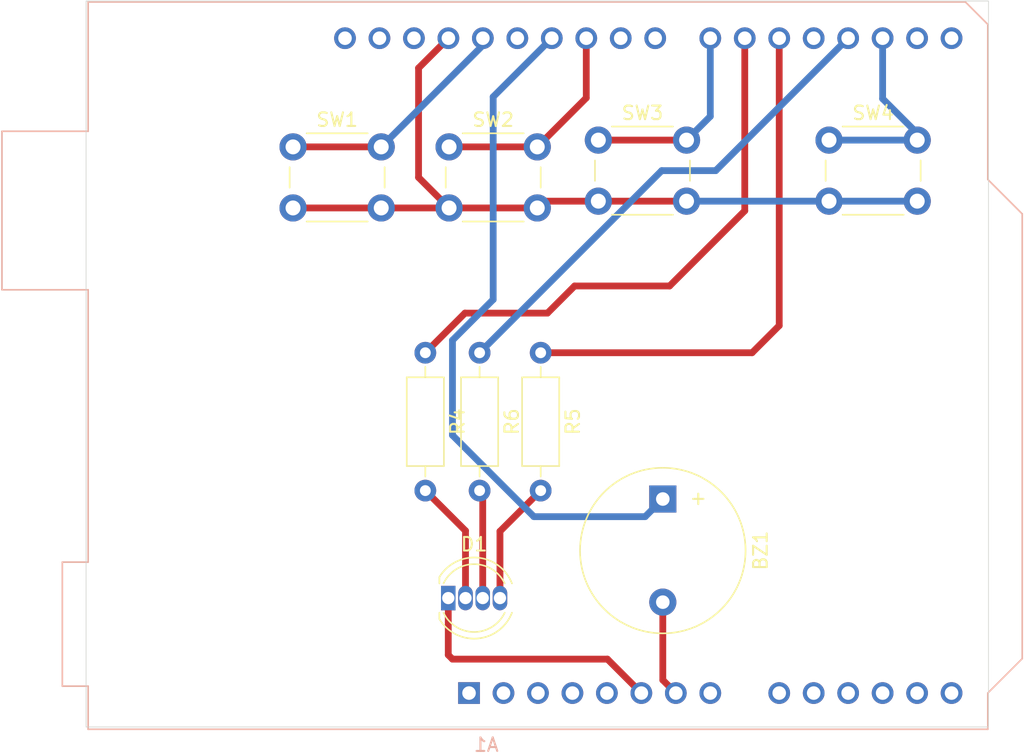
<source format=kicad_pcb>
(kicad_pcb (version 20240108) (generator "pcbnew") (generator_version "8.0")
  (layers (0 "F.Cu" signal) (31 "B.Cu" signal) (34 "B.Paste" user) (35 "F.Paste" user) (36 "B.SilkS" user "B.Silkscreen") (37 "F.SilkS" user "F.Silkscreen") (38 "B.Mask" user) (39 "F.Mask" user) (44 "Edge.Cuts" user))
  (net 0 "")
  (net 3 "/D7")
  (net 5 "/D5")
  (net 9 "/D6")
  (net 12 "/LEDGRN")
  (net 14 "/D13")
  (net 22 "/buttonGRN")
  (net 25 "/D11")
  (net 28 "/D3")
  (net 29 "/D10")
  (net 30 "/buzzGRD")
  (net 32 "/resred")
  (net 33 "/resblue")
  (net 34 "/resgreen")
  (net 35 "/D2")
  (footprint "Buzzer_Beeper:Buzzer_12x9.5RM7.6" (layer "F.Cu") (at 215 80.7 -90)
    (property "Reference" "BZ1" (at 3.8 -7.2 90) (layer "F.SilkS"))
    (property "Value" "Buzzer")
    (fp_circle (center 3.8 0) (end 9.9 0) (stroke (width 0.12)) (fill none) (layer "F.SilkS"))
    (fp_text user "+" (at -0.01 -2.54 90) (layer "F.SilkS"))
    (pad "1" thru_hole rect (at 0 0 270) (size 2 2) (drill 1) (layers "*.Cu" "*.Mask") (net 25 "/D11"))
    (pad "2" thru_hole circle (at 7.6 0 270) (size 2 2) (drill 1) (layers "*.Cu" "*.Mask") (net 30 "/buzzGRD"))
  )
  (footprint "Resistor_THT:R_Axial_DIN0207_L6.3mm_D2.5mm_P10.16mm_Horizontal" (layer "F.Cu") (at 206 69.92 -90)
    (property "Reference" "R5" (at 5.08 -2.37 90) (layer "F.SilkS"))
    (property "Value" "R_US")
    (fp_line (start 1.81 1.37) (end 8.35 1.37) (stroke (width 0.12)) (layer "F.SilkS"))
    (fp_line (start 8.35 1.37) (end 8.35 -1.37) (stroke (width 0.12)) (layer "F.SilkS"))
    (fp_line (start 1.04 0) (end 1.81 0) (stroke (width 0.12)) (layer "F.SilkS"))
    (fp_line (start 9.12 0) (end 8.35 0) (stroke (width 0.12)) (layer "F.SilkS"))
    (fp_line (start 1.81 -1.37) (end 1.81 1.37) (stroke (width 0.12)) (layer "F.SilkS"))
    (fp_line (start 8.35 -1.37) (end 1.81 -1.37) (stroke (width 0.12)) (layer "F.SilkS"))
    (pad "1" thru_hole circle (at 0 0 270) (size 1.6 1.6) (drill 0.8) (layers "*.Cu" "*.Mask") (net 5 "/D5"))
    (pad "2" thru_hole oval (at 10.16 0 270) (size 1.6 1.6) (drill 0.8) (layers "*.Cu" "*.Mask") (net 33 "/resblue"))
  )
  (footprint "Button_Switch_THT:SW_PUSH_6mm_H4.3mm" (layer "F.Cu") (at 210.25 54.25)
    (property "Reference" "SW3" (at 3.25 -2 0) (layer "F.SilkS"))
    (property "Value" "SW_Push_Dual")
    (fp_line (start -0.25 1.5) (end -0.25 3) (stroke (width 0.12)) (layer "F.SilkS"))
    (fp_line (start 1 5.5) (end 5.5 5.5) (stroke (width 0.12)) (layer "F.SilkS"))
    (fp_line (start 5.5 -1) (end 1 -1) (stroke (width 0.12)) (layer "F.SilkS"))
    (fp_line (start 6.75 3) (end 6.75 1.5) (stroke (width 0.12)) (layer "F.SilkS"))
    (pad "1" thru_hole circle (at 0 0 90) (size 2 2) (drill 1.1) (layers "*.Cu" "*.Mask") (net 3 "/D7"))
    (pad "1" thru_hole circle (at 6.5 0 90) (size 2 2) (drill 1.1) (layers "*.Cu" "*.Mask") (net 3 "/D7"))
    (pad "2" thru_hole circle (at 0 4.5 90) (size 2 2) (drill 1.1) (layers "*.Cu" "*.Mask") (net 22 "/buttonGRN"))
    (pad "2" thru_hole circle (at 6.5 4.5 90) (size 2 2) (drill 1.1) (layers "*.Cu" "*.Mask") (net 22 "/buttonGRN"))
  )
  (footprint "Button_Switch_THT:SW_PUSH_6mm_H4.3mm" (layer "F.Cu") (at 187.75 54.75)
    (property "Reference" "SW1" (at 3.25 -2 0) (layer "F.SilkS"))
    (property "Value" "SW_Push_Dual")
    (fp_line (start -0.25 1.5) (end -0.25 3) (stroke (width 0.12)) (layer "F.SilkS"))
    (fp_line (start 1 5.5) (end 5.5 5.5) (stroke (width 0.12)) (layer "F.SilkS"))
    (fp_line (start 5.5 -1) (end 1 -1) (stroke (width 0.12)) (layer "F.SilkS"))
    (fp_line (start 6.75 3) (end 6.75 1.5) (stroke (width 0.12)) (layer "F.SilkS"))
    (pad "1" thru_hole circle (at 0 0 90) (size 2 2) (drill 1.1) (layers "*.Cu" "*.Mask") (net 14 "/D13"))
    (pad "1" thru_hole circle (at 6.5 0 90) (size 2 2) (drill 1.1) (layers "*.Cu" "*.Mask") (net 14 "/D13"))
    (pad "2" thru_hole circle (at 0 4.5 90) (size 2 2) (drill 1.1) (layers "*.Cu" "*.Mask") (net 22 "/buttonGRN"))
    (pad "2" thru_hole circle (at 6.5 4.5 90) (size 2 2) (drill 1.1) (layers "*.Cu" "*.Mask") (net 22 "/buttonGRN"))
  )
  (footprint "Resistor_THT:R_Axial_DIN0207_L6.3mm_D2.5mm_P10.16mm_Horizontal" (layer "F.Cu") (at 197.5 69.92 -90)
    (property "Reference" "R4" (at 5.08 -2.37 90) (layer "F.SilkS"))
    (property "Value" "R_US")
    (fp_line (start 1.81 1.37) (end 8.35 1.37) (stroke (width 0.12)) (layer "F.SilkS"))
    (fp_line (start 8.35 1.37) (end 8.35 -1.37) (stroke (width 0.12)) (layer "F.SilkS"))
    (fp_line (start 1.04 0) (end 1.81 0) (stroke (width 0.12)) (layer "F.SilkS"))
    (fp_line (start 9.12 0) (end 8.35 0) (stroke (width 0.12)) (layer "F.SilkS"))
    (fp_line (start 1.81 -1.37) (end 1.81 1.37) (stroke (width 0.12)) (layer "F.SilkS"))
    (fp_line (start 8.35 -1.37) (end 1.81 -1.37) (stroke (width 0.12)) (layer "F.SilkS"))
    (pad "1" thru_hole circle (at 0 0 270) (size 1.6 1.6) (drill 0.8) (layers "*.Cu" "*.Mask") (net 9 "/D6"))
    (pad "2" thru_hole oval (at 10.16 0 270) (size 1.6 1.6) (drill 0.8) (layers "*.Cu" "*.Mask") (net 32 "/resred"))
  )
  (footprint "LED_THT:LED_D5.0mm-4_RGB" (layer "F.Cu") (at 199.19 88)
    (property "Reference" "D1" (at 1.905 -3.96 0) (layer "F.SilkS"))
    (property "Value" "LED_KRGB")
    (fp_line (start -0.655 -1.545) (end -0.655 -1.08) (stroke (width 0.12)) (layer "F.SilkS"))
    (fp_line (start -0.655 1.08) (end -0.655 1.545) (stroke (width 0.12)) (layer "F.SilkS"))
    (fp_arc (start -0.655 -1.54483) (mid 2.163456 -2.978809) (end 4.692815 -1.080827) (stroke (width 0.12)) (layer "F.SilkS"))
    (fp_arc (start -0.349684 -1.08) (mid 1.904762 -2.5) (end 4.159479 -1.080429) (stroke (width 0.12)) (layer "F.SilkS"))
    (fp_arc (start 4.159479 1.080429) (mid 1.904762 2.5) (end -0.349684 1.08) (stroke (width 0.12)) (layer "F.SilkS"))
    (fp_arc (start 4.692815 1.080827) (mid 2.163456 2.978808) (end -0.655 1.54483) (stroke (width 0.12)) (layer "F.SilkS"))
    (pad "1" thru_hole rect (at 0 0) (size 1.07 1.8) (drill 0.9) (layers "*.Cu" "*.Mask") (net 12 "/LEDGRN"))
    (pad "2" thru_hole oval (at 1.27 0) (size 1.07 1.8) (drill 0.9) (layers "*.Cu" "*.Mask") (net 32 "/resred"))
    (pad "3" thru_hole oval (at 2.54 0) (size 1.07 1.8) (drill 0.9) (layers "*.Cu" "*.Mask") (net 34 "/resgreen"))
    (pad "4" thru_hole oval (at 3.81 0) (size 1.07 1.8) (drill 0.9) (layers "*.Cu" "*.Mask") (net 33 "/resblue"))
  )
  (footprint "Resistor_THT:R_Axial_DIN0207_L6.3mm_D2.5mm_P10.16mm_Horizontal" (layer "F.Cu") (at 201.5 69.92 -90)
    (property "Reference" "R6" (at 5.08 -2.37 90) (layer "F.SilkS"))
    (property "Value" "R_US")
    (fp_line (start 1.81 1.37) (end 8.35 1.37) (stroke (width 0.12)) (layer "F.SilkS"))
    (fp_line (start 8.35 1.37) (end 8.35 -1.37) (stroke (width 0.12)) (layer "F.SilkS"))
    (fp_line (start 1.04 0) (end 1.81 0) (stroke (width 0.12)) (layer "F.SilkS"))
    (fp_line (start 9.12 0) (end 8.35 0) (stroke (width 0.12)) (layer "F.SilkS"))
    (fp_line (start 1.81 -1.37) (end 1.81 1.37) (stroke (width 0.12)) (layer "F.SilkS"))
    (fp_line (start 8.35 -1.37) (end 1.81 -1.37) (stroke (width 0.12)) (layer "F.SilkS"))
    (pad "1" thru_hole circle (at 0 0 270) (size 1.6 1.6) (drill 0.8) (layers "*.Cu" "*.Mask") (net 28 "/D3"))
    (pad "2" thru_hole oval (at 10.16 0 270) (size 1.6 1.6) (drill 0.8) (layers "*.Cu" "*.Mask") (net 34 "/resgreen"))
  )
  (footprint "Button_Switch_THT:SW_PUSH_6mm_H4.3mm" (layer "F.Cu") (at 199.25 54.75)
    (property "Reference" "SW2" (at 3.25 -2 0) (layer "F.SilkS"))
    (property "Value" "SW_Push_Dual")
    (fp_line (start -0.25 1.5) (end -0.25 3) (stroke (width 0.12)) (layer "F.SilkS"))
    (fp_line (start 1 5.5) (end 5.5 5.5) (stroke (width 0.12)) (layer "F.SilkS"))
    (fp_line (start 5.5 -1) (end 1 -1) (stroke (width 0.12)) (layer "F.SilkS"))
    (fp_line (start 6.75 3) (end 6.75 1.5) (stroke (width 0.12)) (layer "F.SilkS"))
    (pad "1" thru_hole circle (at 0 0 90) (size 2 2) (drill 1.1) (layers "*.Cu" "*.Mask") (net 29 "/D10"))
    (pad "1" thru_hole circle (at 6.5 0 90) (size 2 2) (drill 1.1) (layers "*.Cu" "*.Mask") (net 29 "/D10"))
    (pad "2" thru_hole circle (at 0 4.5 90) (size 2 2) (drill 1.1) (layers "*.Cu" "*.Mask") (net 22 "/buttonGRN"))
    (pad "2" thru_hole circle (at 6.5 4.5 90) (size 2 2) (drill 1.1) (layers "*.Cu" "*.Mask") (net 22 "/buttonGRN"))
  )
  (footprint "Button_Switch_THT:SW_PUSH_6mm_H4.3mm" (layer "F.Cu") (at 227.25 54.25)
    (property "Reference" "SW4" (at 3.25 -2 0) (layer "F.SilkS"))
    (property "Value" "SW_Push_Dual")
    (fp_line (start -0.25 1.5) (end -0.25 3) (stroke (width 0.12)) (layer "F.SilkS"))
    (fp_line (start 1 5.5) (end 5.5 5.5) (stroke (width 0.12)) (layer "F.SilkS"))
    (fp_line (start 5.5 -1) (end 1 -1) (stroke (width 0.12)) (layer "F.SilkS"))
    (fp_line (start 6.75 3) (end 6.75 1.5) (stroke (width 0.12)) (layer "F.SilkS"))
    (pad "1" thru_hole circle (at 0 0 90) (size 2 2) (drill 1.1) (layers "*.Cu" "*.Mask") (net 35 "/D2"))
    (pad "1" thru_hole circle (at 6.5 0 90) (size 2 2) (drill 1.1) (layers "*.Cu" "*.Mask") (net 35 "/D2"))
    (pad "2" thru_hole circle (at 0 4.5 90) (size 2 2) (drill 1.1) (layers "*.Cu" "*.Mask") (net 22 "/buttonGRN"))
    (pad "2" thru_hole circle (at 6.5 4.5 90) (size 2 2) (drill 1.1) (layers "*.Cu" "*.Mask") (net 22 "/buttonGRN"))
  )
  (footprint "Module:Arduino_UNO_R3" (layer "B.Cu") (at 200.72 95)
    (property "Reference" "A1" (at 1.27 3.81 0) (layer "B.SilkS") (effects (justify mirror)))
    (property "Value" "Arduino_UNO_R3")
    (fp_line (start -34.42 -41.4) (end -34.42 -29.72) (stroke (width 0.12)) (layer "B.SilkS"))
    (fp_line (start -34.42 -29.72) (end -28.07 -29.72) (stroke (width 0.12)) (layer "B.SilkS"))
    (fp_line (start -29.97 -9.65) (end -29.97 -0.51) (stroke (width 0.12)) (layer "B.SilkS"))
    (fp_line (start -29.97 -0.51) (end -28.07 -0.51) (stroke (width 0.12)) (layer "B.SilkS"))
    (fp_line (start -28.07 -50.93) (end -28.07 -41.4) (stroke (width 0.12)) (layer "B.SilkS"))
    (fp_line (start -28.07 -41.4) (end -34.42 -41.4) (stroke (width 0.12)) (layer "B.SilkS"))
    (fp_line (start -28.07 -29.72) (end -28.07 -9.65) (stroke (width 0.12)) (layer "B.SilkS"))
    (fp_line (start -28.07 -9.65) (end -29.97 -9.65) (stroke (width 0.12)) (layer "B.SilkS"))
    (fp_line (start -28.07 -0.51) (end -28.07 2.67) (stroke (width 0.12)) (layer "B.SilkS"))
    (fp_line (start -28.07 2.67) (end 38.23 2.67) (stroke (width 0.12)) (layer "B.SilkS"))
    (fp_line (start 36.58 -50.93) (end -28.07 -50.93) (stroke (width 0.12)) (layer "B.SilkS"))
    (fp_line (start 38.23 -49.28) (end 36.58 -50.93) (stroke (width 0.12)) (layer "B.SilkS"))
    (fp_line (start 38.23 -37.85) (end 38.23 -49.28) (stroke (width 0.12)) (layer "B.SilkS"))
    (fp_line (start 38.23 0) (end 40.77 -2.54) (stroke (width 0.12)) (layer "B.SilkS"))
    (fp_line (start 38.23 2.67) (end 38.23 0) (stroke (width 0.12)) (layer "B.SilkS"))
    (fp_line (start 40.77 -35.31) (end 38.23 -37.85) (stroke (width 0.12)) (layer "B.SilkS"))
    (fp_line (start 40.77 -2.54) (end 40.77 -35.31) (stroke (width 0.12)) (layer "B.SilkS"))
    (pad "1" thru_hole rect (at 0 0 270) (size 1.6 1.6) (drill 1) (layers "*.Cu" "*.Mask"))
    (pad "2" thru_hole oval (at 2.54 0 270) (size 1.6 1.6) (drill 1) (layers "*.Cu" "*.Mask"))
    (pad "3" thru_hole oval (at 5.08 0 270) (size 1.6 1.6) (drill 1) (layers "*.Cu" "*.Mask"))
    (pad "4" thru_hole oval (at 7.62 0 270) (size 1.6 1.6) (drill 1) (layers "*.Cu" "*.Mask"))
    (pad "5" thru_hole oval (at 10.16 0 270) (size 1.6 1.6) (drill 1) (layers "*.Cu" "*.Mask"))
    (pad "6" thru_hole oval (at 12.7 0 270) (size 1.6 1.6) (drill 1) (layers "*.Cu" "*.Mask") (net 12 "/LEDGRN"))
    (pad "7" thru_hole oval (at 15.24 0 270) (size 1.6 1.6) (drill 1) (layers "*.Cu" "*.Mask") (net 30 "/buzzGRD"))
    (pad "8" thru_hole oval (at 17.78 0 270) (size 1.6 1.6) (drill 1) (layers "*.Cu" "*.Mask"))
    (pad "9" thru_hole oval (at 22.86 0 270) (size 1.6 1.6) (drill 1) (layers "*.Cu" "*.Mask"))
    (pad "10" thru_hole oval (at 25.4 0 270) (size 1.6 1.6) (drill 1) (layers "*.Cu" "*.Mask"))
    (pad "11" thru_hole oval (at 27.94 0 270) (size 1.6 1.6) (drill 1) (layers "*.Cu" "*.Mask"))
    (pad "12" thru_hole oval (at 30.48 0 270) (size 1.6 1.6) (drill 1) (layers "*.Cu" "*.Mask"))
    (pad "13" thru_hole oval (at 33.02 0 270) (size 1.6 1.6) (drill 1) (layers "*.Cu" "*.Mask"))
    (pad "14" thru_hole oval (at 35.56 0 270) (size 1.6 1.6) (drill 1) (layers "*.Cu" "*.Mask"))
    (pad "15" thru_hole oval (at 35.56 -48.26 270) (size 1.6 1.6) (drill 1) (layers "*.Cu" "*.Mask"))
    (pad "16" thru_hole oval (at 33.02 -48.26 270) (size 1.6 1.6) (drill 1) (layers "*.Cu" "*.Mask"))
    (pad "17" thru_hole oval (at 30.48 -48.26 270) (size 1.6 1.6) (drill 1) (layers "*.Cu" "*.Mask") (net 35 "/D2"))
    (pad "18" thru_hole oval (at 27.94 -48.26 270) (size 1.6 1.6) (drill 1) (layers "*.Cu" "*.Mask") (net 28 "/D3"))
    (pad "19" thru_hole oval (at 25.4 -48.26 270) (size 1.6 1.6) (drill 1) (layers "*.Cu" "*.Mask"))
    (pad "20" thru_hole oval (at 22.86 -48.26 270) (size 1.6 1.6) (drill 1) (layers "*.Cu" "*.Mask") (net 5 "/D5"))
    (pad "21" thru_hole oval (at 20.32 -48.26 270) (size 1.6 1.6) (drill 1) (layers "*.Cu" "*.Mask") (net 9 "/D6"))
    (pad "22" thru_hole oval (at 17.78 -48.26 270) (size 1.6 1.6) (drill 1) (layers "*.Cu" "*.Mask") (net 3 "/D7"))
    (pad "23" thru_hole oval (at 13.72 -48.26 270) (size 1.6 1.6) (drill 1) (layers "*.Cu" "*.Mask"))
    (pad "24" thru_hole oval (at 11.18 -48.26 270) (size 1.6 1.6) (drill 1) (layers "*.Cu" "*.Mask"))
    (pad "25" thru_hole oval (at 8.64 -48.26 270) (size 1.6 1.6) (drill 1) (layers "*.Cu" "*.Mask") (net 29 "/D10"))
    (pad "26" thru_hole oval (at 6.1 -48.26 270) (size 1.6 1.6) (drill 1) (layers "*.Cu" "*.Mask") (net 25 "/D11"))
    (pad "27" thru_hole oval (at 3.56 -48.26 270) (size 1.6 1.6) (drill 1) (layers "*.Cu" "*.Mask"))
    (pad "28" thru_hole oval (at 1.02 -48.26 270) (size 1.6 1.6) (drill 1) (layers "*.Cu" "*.Mask") (net 14 "/D13"))
    (pad "29" thru_hole oval (at -1.52 -48.26 270) (size 1.6 1.6) (drill 1) (layers "*.Cu" "*.Mask") (net 22 "/buttonGRN"))
    (pad "30" thru_hole oval (at -4.06 -48.26 270) (size 1.6 1.6) (drill 1) (layers "*.Cu" "*.Mask"))
    (pad "31" thru_hole oval (at -6.6 -48.26 270) (size 1.6 1.6) (drill 1) (layers "*.Cu" "*.Mask"))
    (pad "32" thru_hole oval (at -9.14 -48.26 270) (size 1.6 1.6) (drill 1) (layers "*.Cu" "*.Mask"))
  )
  (gr_rect (start 172.5 44) (end 239 97.5) (stroke (width 0.05)) (fill none) (layer "Edge.Cuts"))
  (segment (start 216.75 54.25) (end 210.25 54.25) (width 0.5) (layer "F.Cu") (net 3))
  (segment (start 218.5 52.5) (end 218.5 46.74) (width 0.5) (layer "B.Cu") (net 3))
  (segment (start 216.75 54.25) (end 218.5 52.5) (width 0.5) (layer "B.Cu") (net 3))
  (segment (start 221.58 69.92) (end 223.58 67.92) (width 0.5) (layer "F.Cu") (net 5))
  (segment (start 223.58 67.92) (end 223.58 46.74) (width 0.5) (layer "F.Cu") (net 5))
  (segment (start 206 69.92) (end 221.58 69.92) (width 0.5) (layer "F.Cu") (net 5))
  (segment (start 215.5 65) (end 221.04 59.46) (width 0.5) (layer "F.Cu") (net 9))
  (segment (start 197.5 69.92) (end 200.42 67) (width 0.5) (layer "F.Cu") (net 9))
  (segment (start 206.5 67) (end 208.5 65) (width 0.5) (layer "F.Cu") (net 9))
  (segment (start 221.04 59.46) (end 221.04 46.74) (width 0.5) (layer "F.Cu") (net 9))
  (segment (start 200.42 67) (end 206.5 67) (width 0.5) (layer "F.Cu") (net 9))
  (segment (start 208.5 65) (end 215.5 65) (width 0.5) (layer "F.Cu") (net 9))
  (segment (start 199.5 92.5) (end 199.19 92.19) (width 0.5) (layer "F.Cu") (net 12))
  (segment (start 213.42 95) (end 210.92 92.5) (width 0.5) (layer "F.Cu") (net 12))
  (segment (start 210.92 92.5) (end 199.5 92.5) (width 0.5) (layer "F.Cu") (net 12))
  (segment (start 199.19 92.19) (end 199.19 88) (width 0.5) (layer "F.Cu") (net 12))
  (segment (start 194.25 54.75) (end 187.75 54.75) (width 0.5) (layer "F.Cu") (net 14))
  (segment (start 194.25 54.75) (end 201.74 47.26) (width 0.5) (layer "B.Cu") (net 14))
  (segment (start 201.74 47.26) (end 201.74 46.74) (width 0.5) (layer "B.Cu") (net 14))
  (segment (start 206.25 58.75) (end 205.75 59.25) (width 0.5) (layer "F.Cu") (net 22))
  (segment (start 216.75 58.75) (end 210.25 58.75) (width 0.5) (layer "F.Cu") (net 22))
  (segment (start 197 57) (end 197 48.94) (width 0.5) (layer "F.Cu") (net 22))
  (segment (start 199.25 59.25) (end 205.75 59.25) (width 0.5) (layer "F.Cu") (net 22))
  (segment (start 187.75 59.25) (end 194.25 59.25) (width 0.5) (layer "F.Cu") (net 22))
  (segment (start 199.25 59.25) (end 197 57) (width 0.5) (layer "F.Cu") (net 22))
  (segment (start 194.25 59.25) (end 199.25 59.25) (width 0.5) (layer "F.Cu") (net 22))
  (segment (start 197 48.94) (end 199.2 46.74) (width 0.5) (layer "F.Cu") (net 22))
  (segment (start 210.25 58.75) (end 206.25 58.75) (width 0.5) (layer "F.Cu") (net 22))
  (segment (start 216.75 58.75) (end 227.25 58.75) (width 0.5) (layer "B.Cu") (net 22))
  (segment (start 227.25 58.75) (end 233.75 58.75) (width 0.5) (layer "B.Cu") (net 22))
  (segment (start 202.5 66) (end 202.5 51.06) (width 0.5) (layer "B.Cu") (net 25))
  (segment (start 199.5 76) (end 199.5 69) (width 0.5) (layer "B.Cu") (net 25))
  (segment (start 213.7 82) (end 205.5 82) (width 0.5) (layer "B.Cu") (net 25))
  (segment (start 199.5 69) (end 202.5 66) (width 0.5) (layer "B.Cu") (net 25))
  (segment (start 202.5 51.06) (end 206.82 46.74) (width 0.5) (layer "B.Cu") (net 25))
  (segment (start 215 80.7) (end 213.7 82) (width 0.5) (layer "B.Cu") (net 25))
  (segment (start 205.5 82) (end 199.5 76) (width 0.5) (layer "B.Cu") (net 25))
  (segment (start 218.9 56.5) (end 228.66 46.74) (width 0.5) (layer "B.Cu") (net 28))
  (segment (start 214.92 56.5) (end 218.9 56.5) (width 0.5) (layer "B.Cu") (net 28))
  (segment (start 201.5 69.92) (end 214.92 56.5) (width 0.5) (layer "B.Cu") (net 28))
  (segment (start 199.25 54.75) (end 205.75 54.75) (width 0.5) (layer "F.Cu") (net 29))
  (segment (start 205.75 54.75) (end 209.36 51.14) (width 0.5) (layer "F.Cu") (net 29))
  (segment (start 209.36 51.14) (end 209.36 46.74) (width 0.5) (layer "F.Cu") (net 29))
  (segment (start 215 88.3) (end 215 94.04) (width 0.5) (layer "F.Cu") (net 30))
  (segment (start 215 94.04) (end 215.96 95) (width 0.5) (layer "F.Cu") (net 30))
  (segment (start 200.46 83.04) (end 197.5 80.08) (width 0.5) (layer "F.Cu") (net 32))
  (segment (start 200.46 88) (end 200.46 83.04) (width 0.5) (layer "F.Cu") (net 32))
  (segment (start 203 88) (end 203 83.08) (width 0.5) (layer "F.Cu") (net 33))
  (segment (start 203 83.08) (end 206 80.08) (width 0.5) (layer "F.Cu") (net 33))
  (segment (start 201.73 80.31) (end 201.5 80.08) (width 0.5) (layer "F.Cu") (net 34))
  (segment (start 201.73 88) (end 201.73 80.31) (width 0.5) (layer "F.Cu") (net 34))
  (segment (start 233.75 54.25) (end 233.75 53.75) (width 0.5) (layer "B.Cu") (net 35))
  (segment (start 233.75 53.75) (end 231.2 51.2) (width 0.5) (layer "B.Cu") (net 35))
  (segment (start 231.2 51.2) (end 231.2 46.74) (width 0.5) (layer "B.Cu") (net 35))
  (segment (start 233.75 54.25) (end 227.25 54.25) (width 0.5) (layer "B.Cu") (net 35))
)
</source>
